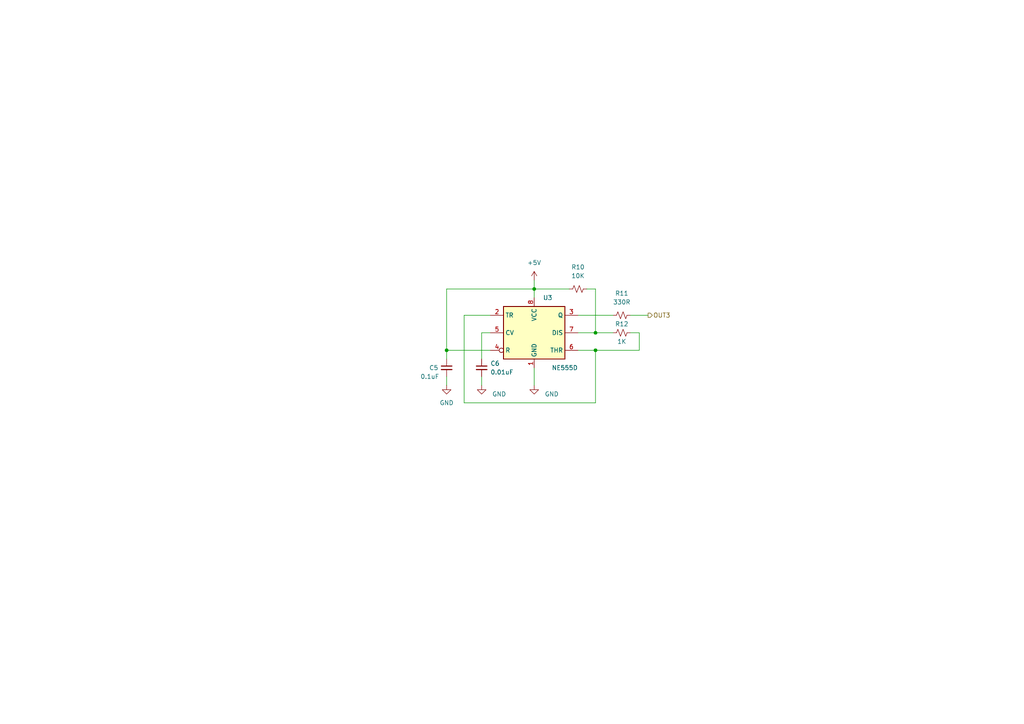
<source format=kicad_sch>
(kicad_sch
	(version 20231120)
	(generator "eeschema")
	(generator_version "8.0")
	(uuid "6a3e1f12-11b6-450e-b194-1a8e940efa15")
	(paper "A4")
	(title_block
		(title "AstableF3")
		(date "2024-10-23")
		(rev "1.0")
		(company "ArVi")
		(comment 1 "Designed by")
	)
	(lib_symbols
		(symbol "Device:C_Small"
			(pin_numbers hide)
			(pin_names
				(offset 0.254) hide)
			(exclude_from_sim no)
			(in_bom yes)
			(on_board yes)
			(property "Reference" "C"
				(at 0.254 1.778 0)
				(effects
					(font
						(size 1.27 1.27)
					)
					(justify left)
				)
			)
			(property "Value" "C_Small"
				(at 0.254 -2.032 0)
				(effects
					(font
						(size 1.27 1.27)
					)
					(justify left)
				)
			)
			(property "Footprint" ""
				(at 0 0 0)
				(effects
					(font
						(size 1.27 1.27)
					)
					(hide yes)
				)
			)
			(property "Datasheet" "~"
				(at 0 0 0)
				(effects
					(font
						(size 1.27 1.27)
					)
					(hide yes)
				)
			)
			(property "Description" "Unpolarized capacitor, small symbol"
				(at 0 0 0)
				(effects
					(font
						(size 1.27 1.27)
					)
					(hide yes)
				)
			)
			(property "ki_keywords" "capacitor cap"
				(at 0 0 0)
				(effects
					(font
						(size 1.27 1.27)
					)
					(hide yes)
				)
			)
			(property "ki_fp_filters" "C_*"
				(at 0 0 0)
				(effects
					(font
						(size 1.27 1.27)
					)
					(hide yes)
				)
			)
			(symbol "C_Small_0_1"
				(polyline
					(pts
						(xy -1.524 -0.508) (xy 1.524 -0.508)
					)
					(stroke
						(width 0.3302)
						(type default)
					)
					(fill
						(type none)
					)
				)
				(polyline
					(pts
						(xy -1.524 0.508) (xy 1.524 0.508)
					)
					(stroke
						(width 0.3048)
						(type default)
					)
					(fill
						(type none)
					)
				)
			)
			(symbol "C_Small_1_1"
				(pin passive line
					(at 0 2.54 270)
					(length 2.032)
					(name "~"
						(effects
							(font
								(size 1.27 1.27)
							)
						)
					)
					(number "1"
						(effects
							(font
								(size 1.27 1.27)
							)
						)
					)
				)
				(pin passive line
					(at 0 -2.54 90)
					(length 2.032)
					(name "~"
						(effects
							(font
								(size 1.27 1.27)
							)
						)
					)
					(number "2"
						(effects
							(font
								(size 1.27 1.27)
							)
						)
					)
				)
			)
		)
		(symbol "Device:R_Small_US"
			(pin_numbers hide)
			(pin_names
				(offset 0.254) hide)
			(exclude_from_sim no)
			(in_bom yes)
			(on_board yes)
			(property "Reference" "R"
				(at 0.762 0.508 0)
				(effects
					(font
						(size 1.27 1.27)
					)
					(justify left)
				)
			)
			(property "Value" "R_Small_US"
				(at 0.762 -1.016 0)
				(effects
					(font
						(size 1.27 1.27)
					)
					(justify left)
				)
			)
			(property "Footprint" ""
				(at 0 0 0)
				(effects
					(font
						(size 1.27 1.27)
					)
					(hide yes)
				)
			)
			(property "Datasheet" "~"
				(at 0 0 0)
				(effects
					(font
						(size 1.27 1.27)
					)
					(hide yes)
				)
			)
			(property "Description" "Resistor, small US symbol"
				(at 0 0 0)
				(effects
					(font
						(size 1.27 1.27)
					)
					(hide yes)
				)
			)
			(property "ki_keywords" "r resistor"
				(at 0 0 0)
				(effects
					(font
						(size 1.27 1.27)
					)
					(hide yes)
				)
			)
			(property "ki_fp_filters" "R_*"
				(at 0 0 0)
				(effects
					(font
						(size 1.27 1.27)
					)
					(hide yes)
				)
			)
			(symbol "R_Small_US_1_1"
				(polyline
					(pts
						(xy 0 0) (xy 1.016 -0.381) (xy 0 -0.762) (xy -1.016 -1.143) (xy 0 -1.524)
					)
					(stroke
						(width 0)
						(type default)
					)
					(fill
						(type none)
					)
				)
				(polyline
					(pts
						(xy 0 1.524) (xy 1.016 1.143) (xy 0 0.762) (xy -1.016 0.381) (xy 0 0)
					)
					(stroke
						(width 0)
						(type default)
					)
					(fill
						(type none)
					)
				)
				(pin passive line
					(at 0 2.54 270)
					(length 1.016)
					(name "~"
						(effects
							(font
								(size 1.27 1.27)
							)
						)
					)
					(number "1"
						(effects
							(font
								(size 1.27 1.27)
							)
						)
					)
				)
				(pin passive line
					(at 0 -2.54 90)
					(length 1.016)
					(name "~"
						(effects
							(font
								(size 1.27 1.27)
							)
						)
					)
					(number "2"
						(effects
							(font
								(size 1.27 1.27)
							)
						)
					)
				)
			)
		)
		(symbol "Timer:NE555D"
			(exclude_from_sim no)
			(in_bom yes)
			(on_board yes)
			(property "Reference" "U"
				(at -10.16 8.89 0)
				(effects
					(font
						(size 1.27 1.27)
					)
					(justify left)
				)
			)
			(property "Value" "NE555D"
				(at 2.54 8.89 0)
				(effects
					(font
						(size 1.27 1.27)
					)
					(justify left)
				)
			)
			(property "Footprint" "Package_SO:SOIC-8_3.9x4.9mm_P1.27mm"
				(at 21.59 -10.16 0)
				(effects
					(font
						(size 1.27 1.27)
					)
					(hide yes)
				)
			)
			(property "Datasheet" "http://www.ti.com/lit/ds/symlink/ne555.pdf"
				(at 21.59 -10.16 0)
				(effects
					(font
						(size 1.27 1.27)
					)
					(hide yes)
				)
			)
			(property "Description" "Precision Timers, 555 compatible, SOIC-8"
				(at 0 0 0)
				(effects
					(font
						(size 1.27 1.27)
					)
					(hide yes)
				)
			)
			(property "ki_keywords" "single timer 555"
				(at 0 0 0)
				(effects
					(font
						(size 1.27 1.27)
					)
					(hide yes)
				)
			)
			(property "ki_fp_filters" "SOIC*3.9x4.9mm*P1.27mm*"
				(at 0 0 0)
				(effects
					(font
						(size 1.27 1.27)
					)
					(hide yes)
				)
			)
			(symbol "NE555D_0_0"
				(pin power_in line
					(at 0 -10.16 90)
					(length 2.54)
					(name "GND"
						(effects
							(font
								(size 1.27 1.27)
							)
						)
					)
					(number "1"
						(effects
							(font
								(size 1.27 1.27)
							)
						)
					)
				)
				(pin power_in line
					(at 0 10.16 270)
					(length 2.54)
					(name "VCC"
						(effects
							(font
								(size 1.27 1.27)
							)
						)
					)
					(number "8"
						(effects
							(font
								(size 1.27 1.27)
							)
						)
					)
				)
			)
			(symbol "NE555D_0_1"
				(rectangle
					(start -8.89 -7.62)
					(end 8.89 7.62)
					(stroke
						(width 0.254)
						(type default)
					)
					(fill
						(type background)
					)
				)
				(rectangle
					(start -8.89 -7.62)
					(end 8.89 7.62)
					(stroke
						(width 0.254)
						(type default)
					)
					(fill
						(type background)
					)
				)
			)
			(symbol "NE555D_1_1"
				(pin input line
					(at -12.7 5.08 0)
					(length 3.81)
					(name "TR"
						(effects
							(font
								(size 1.27 1.27)
							)
						)
					)
					(number "2"
						(effects
							(font
								(size 1.27 1.27)
							)
						)
					)
				)
				(pin output line
					(at 12.7 5.08 180)
					(length 3.81)
					(name "Q"
						(effects
							(font
								(size 1.27 1.27)
							)
						)
					)
					(number "3"
						(effects
							(font
								(size 1.27 1.27)
							)
						)
					)
				)
				(pin input inverted
					(at -12.7 -5.08 0)
					(length 3.81)
					(name "R"
						(effects
							(font
								(size 1.27 1.27)
							)
						)
					)
					(number "4"
						(effects
							(font
								(size 1.27 1.27)
							)
						)
					)
				)
				(pin input line
					(at -12.7 0 0)
					(length 3.81)
					(name "CV"
						(effects
							(font
								(size 1.27 1.27)
							)
						)
					)
					(number "5"
						(effects
							(font
								(size 1.27 1.27)
							)
						)
					)
				)
				(pin input line
					(at 12.7 -5.08 180)
					(length 3.81)
					(name "THR"
						(effects
							(font
								(size 1.27 1.27)
							)
						)
					)
					(number "6"
						(effects
							(font
								(size 1.27 1.27)
							)
						)
					)
				)
				(pin input line
					(at 12.7 0 180)
					(length 3.81)
					(name "DIS"
						(effects
							(font
								(size 1.27 1.27)
							)
						)
					)
					(number "7"
						(effects
							(font
								(size 1.27 1.27)
							)
						)
					)
				)
			)
		)
		(symbol "power:+5V"
			(power)
			(pin_numbers hide)
			(pin_names
				(offset 0) hide)
			(exclude_from_sim no)
			(in_bom yes)
			(on_board yes)
			(property "Reference" "#PWR"
				(at 0 -3.81 0)
				(effects
					(font
						(size 1.27 1.27)
					)
					(hide yes)
				)
			)
			(property "Value" "+5V"
				(at 0 3.556 0)
				(effects
					(font
						(size 1.27 1.27)
					)
				)
			)
			(property "Footprint" ""
				(at 0 0 0)
				(effects
					(font
						(size 1.27 1.27)
					)
					(hide yes)
				)
			)
			(property "Datasheet" ""
				(at 0 0 0)
				(effects
					(font
						(size 1.27 1.27)
					)
					(hide yes)
				)
			)
			(property "Description" "Power symbol creates a global label with name \"+5V\""
				(at 0 0 0)
				(effects
					(font
						(size 1.27 1.27)
					)
					(hide yes)
				)
			)
			(property "ki_keywords" "global power"
				(at 0 0 0)
				(effects
					(font
						(size 1.27 1.27)
					)
					(hide yes)
				)
			)
			(symbol "+5V_0_1"
				(polyline
					(pts
						(xy -0.762 1.27) (xy 0 2.54)
					)
					(stroke
						(width 0)
						(type default)
					)
					(fill
						(type none)
					)
				)
				(polyline
					(pts
						(xy 0 0) (xy 0 2.54)
					)
					(stroke
						(width 0)
						(type default)
					)
					(fill
						(type none)
					)
				)
				(polyline
					(pts
						(xy 0 2.54) (xy 0.762 1.27)
					)
					(stroke
						(width 0)
						(type default)
					)
					(fill
						(type none)
					)
				)
			)
			(symbol "+5V_1_1"
				(pin power_in line
					(at 0 0 90)
					(length 0)
					(name "~"
						(effects
							(font
								(size 1.27 1.27)
							)
						)
					)
					(number "1"
						(effects
							(font
								(size 1.27 1.27)
							)
						)
					)
				)
			)
		)
		(symbol "power:GND"
			(power)
			(pin_numbers hide)
			(pin_names
				(offset 0) hide)
			(exclude_from_sim no)
			(in_bom yes)
			(on_board yes)
			(property "Reference" "#PWR"
				(at 0 -6.35 0)
				(effects
					(font
						(size 1.27 1.27)
					)
					(hide yes)
				)
			)
			(property "Value" "GND"
				(at 0 -3.81 0)
				(effects
					(font
						(size 1.27 1.27)
					)
				)
			)
			(property "Footprint" ""
				(at 0 0 0)
				(effects
					(font
						(size 1.27 1.27)
					)
					(hide yes)
				)
			)
			(property "Datasheet" ""
				(at 0 0 0)
				(effects
					(font
						(size 1.27 1.27)
					)
					(hide yes)
				)
			)
			(property "Description" "Power symbol creates a global label with name \"GND\" , ground"
				(at 0 0 0)
				(effects
					(font
						(size 1.27 1.27)
					)
					(hide yes)
				)
			)
			(property "ki_keywords" "global power"
				(at 0 0 0)
				(effects
					(font
						(size 1.27 1.27)
					)
					(hide yes)
				)
			)
			(symbol "GND_0_1"
				(polyline
					(pts
						(xy 0 0) (xy 0 -1.27) (xy 1.27 -1.27) (xy 0 -2.54) (xy -1.27 -1.27) (xy 0 -1.27)
					)
					(stroke
						(width 0)
						(type default)
					)
					(fill
						(type none)
					)
				)
			)
			(symbol "GND_1_1"
				(pin power_in line
					(at 0 0 270)
					(length 0)
					(name "~"
						(effects
							(font
								(size 1.27 1.27)
							)
						)
					)
					(number "1"
						(effects
							(font
								(size 1.27 1.27)
							)
						)
					)
				)
			)
		)
	)
	(junction
		(at 129.54 101.6)
		(diameter 0)
		(color 0 0 0 0)
		(uuid "007a11e2-722f-4f6d-9d87-f89de23722ff")
	)
	(junction
		(at 172.72 101.6)
		(diameter 0)
		(color 0 0 0 0)
		(uuid "066fac6d-5124-407d-9ef1-b00ee183702b")
	)
	(junction
		(at 172.72 96.52)
		(diameter 0)
		(color 0 0 0 0)
		(uuid "44ca1787-f495-4298-8c43-f6673e2f8595")
	)
	(junction
		(at 154.94 83.82)
		(diameter 0)
		(color 0 0 0 0)
		(uuid "c7461d66-b639-44a0-beac-76506b1c51ab")
	)
	(wire
		(pts
			(xy 134.62 91.44) (xy 142.24 91.44)
		)
		(stroke
			(width 0)
			(type default)
		)
		(uuid "106d98ce-3a2a-4350-8d47-02e8c77c4374")
	)
	(wire
		(pts
			(xy 172.72 116.84) (xy 134.62 116.84)
		)
		(stroke
			(width 0)
			(type default)
		)
		(uuid "13478193-f01a-40c2-9999-a983ddb60a3e")
	)
	(wire
		(pts
			(xy 167.64 101.6) (xy 172.72 101.6)
		)
		(stroke
			(width 0)
			(type default)
		)
		(uuid "13550d28-ebbb-4a04-a2ae-2c995b9200b4")
	)
	(wire
		(pts
			(xy 172.72 96.52) (xy 177.8 96.52)
		)
		(stroke
			(width 0)
			(type default)
		)
		(uuid "3f45df3c-69b8-4bf2-bf14-80a84b3fc51e")
	)
	(wire
		(pts
			(xy 182.88 96.52) (xy 185.42 96.52)
		)
		(stroke
			(width 0)
			(type default)
		)
		(uuid "46e6c3f0-3fc5-475c-971c-790d4ce90957")
	)
	(wire
		(pts
			(xy 129.54 101.6) (xy 129.54 83.82)
		)
		(stroke
			(width 0)
			(type default)
		)
		(uuid "5cabbeae-a109-4119-a98c-77dc5cb822bb")
	)
	(wire
		(pts
			(xy 167.64 91.44) (xy 177.8 91.44)
		)
		(stroke
			(width 0)
			(type default)
		)
		(uuid "6044dfe4-bfa5-49fa-a578-04f03e711e39")
	)
	(wire
		(pts
			(xy 154.94 81.28) (xy 154.94 83.82)
		)
		(stroke
			(width 0)
			(type default)
		)
		(uuid "66c4a6a1-e98a-4a39-b4c2-fbd6587d5c87")
	)
	(wire
		(pts
			(xy 139.7 109.22) (xy 139.7 111.76)
		)
		(stroke
			(width 0)
			(type default)
		)
		(uuid "7901fc0d-68a1-4562-a359-1b0c54f932a1")
	)
	(wire
		(pts
			(xy 134.62 116.84) (xy 134.62 91.44)
		)
		(stroke
			(width 0)
			(type default)
		)
		(uuid "8439c233-2a1b-423e-b57d-780b7f638067")
	)
	(wire
		(pts
			(xy 185.42 96.52) (xy 185.42 101.6)
		)
		(stroke
			(width 0)
			(type default)
		)
		(uuid "85c0d8f6-3666-4261-b2b5-9b67683a7f21")
	)
	(wire
		(pts
			(xy 142.24 101.6) (xy 129.54 101.6)
		)
		(stroke
			(width 0)
			(type default)
		)
		(uuid "883b5274-ac23-4005-a424-88fc4f626fdc")
	)
	(wire
		(pts
			(xy 139.7 104.14) (xy 139.7 96.52)
		)
		(stroke
			(width 0)
			(type default)
		)
		(uuid "88ec4dc2-6692-4e96-84a8-cae62690342d")
	)
	(wire
		(pts
			(xy 170.18 83.82) (xy 172.72 83.82)
		)
		(stroke
			(width 0)
			(type default)
		)
		(uuid "8b94d6d4-3b26-47ed-82a5-069723c0ba12")
	)
	(wire
		(pts
			(xy 167.64 96.52) (xy 172.72 96.52)
		)
		(stroke
			(width 0)
			(type default)
		)
		(uuid "8f7888ce-d504-4454-a43b-5eb16d389d82")
	)
	(wire
		(pts
			(xy 129.54 83.82) (xy 154.94 83.82)
		)
		(stroke
			(width 0)
			(type default)
		)
		(uuid "9596584e-f092-4be6-b37c-d69736279d1d")
	)
	(wire
		(pts
			(xy 154.94 83.82) (xy 154.94 86.36)
		)
		(stroke
			(width 0)
			(type default)
		)
		(uuid "a78b3770-21c1-45a3-84f5-3d6ed229dbb5")
	)
	(wire
		(pts
			(xy 172.72 101.6) (xy 172.72 116.84)
		)
		(stroke
			(width 0)
			(type default)
		)
		(uuid "b0ee10b5-5145-489f-b99e-a16ab4333776")
	)
	(wire
		(pts
			(xy 139.7 96.52) (xy 142.24 96.52)
		)
		(stroke
			(width 0)
			(type default)
		)
		(uuid "c9e75e24-a122-4dbc-9d2e-cd1cc0872d32")
	)
	(wire
		(pts
			(xy 182.88 91.44) (xy 187.96 91.44)
		)
		(stroke
			(width 0)
			(type default)
		)
		(uuid "caa1bcd8-24df-4593-bb53-5ac43f591a73")
	)
	(wire
		(pts
			(xy 129.54 101.6) (xy 129.54 104.14)
		)
		(stroke
			(width 0)
			(type default)
		)
		(uuid "cbbf068a-2fa4-47a1-b8db-38ed10479f5f")
	)
	(wire
		(pts
			(xy 154.94 83.82) (xy 165.1 83.82)
		)
		(stroke
			(width 0)
			(type default)
		)
		(uuid "dc677603-141c-44af-9739-9edd02c82478")
	)
	(wire
		(pts
			(xy 154.94 106.68) (xy 154.94 111.76)
		)
		(stroke
			(width 0)
			(type default)
		)
		(uuid "dfd03b17-a576-439e-8263-14699c8bcb56")
	)
	(wire
		(pts
			(xy 129.54 109.22) (xy 129.54 111.76)
		)
		(stroke
			(width 0)
			(type default)
		)
		(uuid "e7981fbc-74bd-449a-bbaa-5b702532b1d4")
	)
	(wire
		(pts
			(xy 172.72 96.52) (xy 172.72 83.82)
		)
		(stroke
			(width 0)
			(type default)
		)
		(uuid "ea430ec1-b045-447d-a877-434d12f7a93d")
	)
	(wire
		(pts
			(xy 172.72 101.6) (xy 185.42 101.6)
		)
		(stroke
			(width 0)
			(type default)
		)
		(uuid "f571e930-1d58-4b09-a2c8-41d0e463a182")
	)
	(hierarchical_label "OUT3"
		(shape output)
		(at 187.96 91.44 0)
		(fields_autoplaced yes)
		(effects
			(font
				(size 1.27 1.27)
			)
			(justify left)
		)
		(uuid "c192f488-b204-47a5-8e7f-9308b6e9c65c")
	)
	(symbol
		(lib_id "power:GND")
		(at 139.7 111.76 0)
		(unit 1)
		(exclude_from_sim no)
		(in_bom yes)
		(on_board yes)
		(dnp no)
		(uuid "01621fac-f3d8-4830-9002-20cfddd53c9b")
		(property "Reference" "#PWR014"
			(at 139.7 118.11 0)
			(effects
				(font
					(size 1.27 1.27)
				)
				(hide yes)
			)
		)
		(property "Value" "GND"
			(at 144.78 114.3 0)
			(effects
				(font
					(size 1.27 1.27)
				)
			)
		)
		(property "Footprint" ""
			(at 139.7 111.76 0)
			(effects
				(font
					(size 1.27 1.27)
				)
				(hide yes)
			)
		)
		(property "Datasheet" ""
			(at 139.7 111.76 0)
			(effects
				(font
					(size 1.27 1.27)
				)
				(hide yes)
			)
		)
		(property "Description" "Power symbol creates a global label with name \"GND\" , ground"
			(at 139.7 111.76 0)
			(effects
				(font
					(size 1.27 1.27)
				)
				(hide yes)
			)
		)
		(pin "1"
			(uuid "be96fe57-e6ac-4f2f-99f6-d24f39f096fb")
		)
		(instances
			(project "hirerchy_test"
				(path "/217f3fc2-5bbf-4da7-910e-b73d6b0262c8/480a41e4-d214-4ad4-a1e3-5c12d12aa42d"
					(reference "#PWR014")
					(unit 1)
				)
			)
		)
	)
	(symbol
		(lib_id "Device:R_Small_US")
		(at 180.34 96.52 90)
		(unit 1)
		(exclude_from_sim no)
		(in_bom yes)
		(on_board yes)
		(dnp no)
		(uuid "0b48ee34-2c5c-4c7e-bd78-621c7a229545")
		(property "Reference" "R12"
			(at 180.34 93.98 90)
			(effects
				(font
					(size 1.27 1.27)
				)
			)
		)
		(property "Value" "1K"
			(at 180.34 99.06 90)
			(effects
				(font
					(size 1.27 1.27)
				)
			)
		)
		(property "Footprint" "Resistor_SMD:R_0805_2012Metric"
			(at 180.34 96.52 0)
			(effects
				(font
					(size 1.27 1.27)
				)
				(hide yes)
			)
		)
		(property "Datasheet" "~"
			(at 180.34 96.52 0)
			(effects
				(font
					(size 1.27 1.27)
				)
				(hide yes)
			)
		)
		(property "Description" "Resistor, small US symbol"
			(at 180.34 96.52 0)
			(effects
				(font
					(size 1.27 1.27)
				)
				(hide yes)
			)
		)
		(pin "1"
			(uuid "346b3bb5-d889-41fb-b04c-74b24b12fac1")
		)
		(pin "2"
			(uuid "f5caa08b-28a5-41c1-bf68-3e82513ed5e8")
		)
		(instances
			(project "hirerchy_test"
				(path "/217f3fc2-5bbf-4da7-910e-b73d6b0262c8/480a41e4-d214-4ad4-a1e3-5c12d12aa42d"
					(reference "R12")
					(unit 1)
				)
			)
		)
	)
	(symbol
		(lib_id "Device:R_Small_US")
		(at 167.64 83.82 90)
		(unit 1)
		(exclude_from_sim no)
		(in_bom yes)
		(on_board yes)
		(dnp no)
		(fields_autoplaced yes)
		(uuid "52219660-b25c-4b8f-91ca-b12e3bb93919")
		(property "Reference" "R10"
			(at 167.64 77.47 90)
			(effects
				(font
					(size 1.27 1.27)
				)
			)
		)
		(property "Value" "10K"
			(at 167.64 80.01 90)
			(effects
				(font
					(size 1.27 1.27)
				)
			)
		)
		(property "Footprint" "Resistor_SMD:R_0805_2012Metric"
			(at 167.64 83.82 0)
			(effects
				(font
					(size 1.27 1.27)
				)
				(hide yes)
			)
		)
		(property "Datasheet" "~"
			(at 167.64 83.82 0)
			(effects
				(font
					(size 1.27 1.27)
				)
				(hide yes)
			)
		)
		(property "Description" "Resistor, small US symbol"
			(at 167.64 83.82 0)
			(effects
				(font
					(size 1.27 1.27)
				)
				(hide yes)
			)
		)
		(pin "1"
			(uuid "f069d7d5-c167-4e0c-bc80-aee127b2ed72")
		)
		(pin "2"
			(uuid "de36dd04-bfe4-4489-bd07-32d3be2ad0bd")
		)
		(instances
			(project "hirerchy_test"
				(path "/217f3fc2-5bbf-4da7-910e-b73d6b0262c8/480a41e4-d214-4ad4-a1e3-5c12d12aa42d"
					(reference "R10")
					(unit 1)
				)
			)
		)
	)
	(symbol
		(lib_id "power:+5V")
		(at 154.94 81.28 0)
		(unit 1)
		(exclude_from_sim no)
		(in_bom yes)
		(on_board yes)
		(dnp no)
		(fields_autoplaced yes)
		(uuid "7078d453-c9ad-4d28-a672-cbee57df6cae")
		(property "Reference" "#PWR012"
			(at 154.94 85.09 0)
			(effects
				(font
					(size 1.27 1.27)
				)
				(hide yes)
			)
		)
		(property "Value" "+5V"
			(at 154.94 76.2 0)
			(effects
				(font
					(size 1.27 1.27)
				)
			)
		)
		(property "Footprint" ""
			(at 154.94 81.28 0)
			(effects
				(font
					(size 1.27 1.27)
				)
				(hide yes)
			)
		)
		(property "Datasheet" ""
			(at 154.94 81.28 0)
			(effects
				(font
					(size 1.27 1.27)
				)
				(hide yes)
			)
		)
		(property "Description" "Power symbol creates a global label with name \"+5V\""
			(at 154.94 81.28 0)
			(effects
				(font
					(size 1.27 1.27)
				)
				(hide yes)
			)
		)
		(pin "1"
			(uuid "750c6d0e-29bf-4aaf-a56f-313839ecfaa0")
		)
		(instances
			(project "hirerchy_test"
				(path "/217f3fc2-5bbf-4da7-910e-b73d6b0262c8/480a41e4-d214-4ad4-a1e3-5c12d12aa42d"
					(reference "#PWR012")
					(unit 1)
				)
			)
		)
	)
	(symbol
		(lib_id "Device:C_Small")
		(at 129.54 106.68 0)
		(unit 1)
		(exclude_from_sim no)
		(in_bom yes)
		(on_board yes)
		(dnp no)
		(uuid "81fa27f2-8d75-4b83-918a-96bac24d13de")
		(property "Reference" "C5"
			(at 124.46 106.68 0)
			(effects
				(font
					(size 1.27 1.27)
				)
				(justify left)
			)
		)
		(property "Value" "0.1uF"
			(at 121.92 109.22 0)
			(effects
				(font
					(size 1.27 1.27)
				)
				(justify left)
			)
		)
		(property "Footprint" "Capacitor_SMD:C_0805_2012Metric"
			(at 129.54 106.68 0)
			(effects
				(font
					(size 1.27 1.27)
				)
				(hide yes)
			)
		)
		(property "Datasheet" "~"
			(at 129.54 106.68 0)
			(effects
				(font
					(size 1.27 1.27)
				)
				(hide yes)
			)
		)
		(property "Description" "Unpolarized capacitor, small symbol"
			(at 129.54 106.68 0)
			(effects
				(font
					(size 1.27 1.27)
				)
				(hide yes)
			)
		)
		(pin "1"
			(uuid "60acdf3c-be3f-4838-859e-e8a6a00d498c")
		)
		(pin "2"
			(uuid "7bf00b12-152e-48cb-b4ca-4239dc3ce5a9")
		)
		(instances
			(project "hirerchy_test"
				(path "/217f3fc2-5bbf-4da7-910e-b73d6b0262c8/480a41e4-d214-4ad4-a1e3-5c12d12aa42d"
					(reference "C5")
					(unit 1)
				)
			)
		)
	)
	(symbol
		(lib_id "Timer:NE555D")
		(at 154.94 96.52 0)
		(unit 1)
		(exclude_from_sim no)
		(in_bom yes)
		(on_board yes)
		(dnp no)
		(uuid "a3eb4924-93c8-4408-9711-b41f67f13595")
		(property "Reference" "U3"
			(at 157.48 86.36 0)
			(effects
				(font
					(size 1.27 1.27)
				)
				(justify left)
			)
		)
		(property "Value" "NE555D"
			(at 160.02 106.68 0)
			(effects
				(font
					(size 1.27 1.27)
				)
				(justify left)
			)
		)
		(property "Footprint" "Package_SO:SOIC-8_3.9x4.9mm_P1.27mm"
			(at 176.53 106.68 0)
			(effects
				(font
					(size 1.27 1.27)
				)
				(hide yes)
			)
		)
		(property "Datasheet" "http://www.ti.com/lit/ds/symlink/ne555.pdf"
			(at 176.53 106.68 0)
			(effects
				(font
					(size 1.27 1.27)
				)
				(hide yes)
			)
		)
		(property "Description" "Precision Timers, 555 compatible, SOIC-8"
			(at 154.94 96.52 0)
			(effects
				(font
					(size 1.27 1.27)
				)
				(hide yes)
			)
		)
		(pin "7"
			(uuid "dc338375-fdf9-4310-979a-8ec3aa888352")
		)
		(pin "1"
			(uuid "67177389-b01b-40f4-af73-4a7a4a6c730f")
		)
		(pin "6"
			(uuid "5f8179a1-ea67-4e70-8c16-1067fb6075a5")
		)
		(pin "3"
			(uuid "d5895335-b3d3-4f01-9666-6b44d451bc6e")
		)
		(pin "8"
			(uuid "07eab0bb-bee5-4425-b21f-88eb7ba5e8e3")
		)
		(pin "2"
			(uuid "732c7274-f4b1-486a-af27-a1730267752f")
		)
		(pin "5"
			(uuid "95d6dfb6-52da-4271-a008-5bcb9ecd116d")
		)
		(pin "4"
			(uuid "d9a5e2c1-dfef-48ce-9ee7-3d36162f4c1f")
		)
		(instances
			(project "hirerchy_test"
				(path "/217f3fc2-5bbf-4da7-910e-b73d6b0262c8/480a41e4-d214-4ad4-a1e3-5c12d12aa42d"
					(reference "U3")
					(unit 1)
				)
			)
		)
	)
	(symbol
		(lib_id "power:GND")
		(at 129.54 111.76 0)
		(unit 1)
		(exclude_from_sim no)
		(in_bom yes)
		(on_board yes)
		(dnp no)
		(uuid "c5301bac-3882-4157-86b9-6d2f6ab6a4a0")
		(property "Reference" "#PWR013"
			(at 129.54 118.11 0)
			(effects
				(font
					(size 1.27 1.27)
				)
				(hide yes)
			)
		)
		(property "Value" "GND"
			(at 129.54 116.84 0)
			(effects
				(font
					(size 1.27 1.27)
				)
			)
		)
		(property "Footprint" ""
			(at 129.54 111.76 0)
			(effects
				(font
					(size 1.27 1.27)
				)
				(hide yes)
			)
		)
		(property "Datasheet" ""
			(at 129.54 111.76 0)
			(effects
				(font
					(size 1.27 1.27)
				)
				(hide yes)
			)
		)
		(property "Description" "Power symbol creates a global label with name \"GND\" , ground"
			(at 129.54 111.76 0)
			(effects
				(font
					(size 1.27 1.27)
				)
				(hide yes)
			)
		)
		(pin "1"
			(uuid "581e0021-d0b4-4a42-b1d6-18fa5c980526")
		)
		(instances
			(project "hirerchy_test"
				(path "/217f3fc2-5bbf-4da7-910e-b73d6b0262c8/480a41e4-d214-4ad4-a1e3-5c12d12aa42d"
					(reference "#PWR013")
					(unit 1)
				)
			)
		)
	)
	(symbol
		(lib_id "Device:C_Small")
		(at 139.7 106.68 0)
		(unit 1)
		(exclude_from_sim no)
		(in_bom yes)
		(on_board yes)
		(dnp no)
		(fields_autoplaced yes)
		(uuid "d10495ac-4577-4254-9b5d-be02c5d4585e")
		(property "Reference" "C6"
			(at 142.24 105.4162 0)
			(effects
				(font
					(size 1.27 1.27)
				)
				(justify left)
			)
		)
		(property "Value" "0.01uF"
			(at 142.24 107.9562 0)
			(effects
				(font
					(size 1.27 1.27)
				)
				(justify left)
			)
		)
		(property "Footprint" "Capacitor_SMD:C_0805_2012Metric"
			(at 139.7 106.68 0)
			(effects
				(font
					(size 1.27 1.27)
				)
				(hide yes)
			)
		)
		(property "Datasheet" "~"
			(at 139.7 106.68 0)
			(effects
				(font
					(size 1.27 1.27)
				)
				(hide yes)
			)
		)
		(property "Description" "Unpolarized capacitor, small symbol"
			(at 139.7 106.68 0)
			(effects
				(font
					(size 1.27 1.27)
				)
				(hide yes)
			)
		)
		(pin "1"
			(uuid "de1b83a2-1956-4e77-90e2-72730b1f2245")
		)
		(pin "2"
			(uuid "e7fd124c-8ee3-4df6-b5b1-fd156f033741")
		)
		(instances
			(project "hirerchy_test"
				(path "/217f3fc2-5bbf-4da7-910e-b73d6b0262c8/480a41e4-d214-4ad4-a1e3-5c12d12aa42d"
					(reference "C6")
					(unit 1)
				)
			)
		)
	)
	(symbol
		(lib_id "Device:R_Small_US")
		(at 180.34 91.44 90)
		(unit 1)
		(exclude_from_sim no)
		(in_bom yes)
		(on_board yes)
		(dnp no)
		(fields_autoplaced yes)
		(uuid "da809f23-ff26-45e7-92ee-58e885896901")
		(property "Reference" "R11"
			(at 180.34 85.09 90)
			(effects
				(font
					(size 1.27 1.27)
				)
			)
		)
		(property "Value" "330R"
			(at 180.34 87.63 90)
			(effects
				(font
					(size 1.27 1.27)
				)
			)
		)
		(property "Footprint" "Resistor_SMD:R_0805_2012Metric"
			(at 180.34 91.44 0)
			(effects
				(font
					(size 1.27 1.27)
				)
				(hide yes)
			)
		)
		(property "Datasheet" "~"
			(at 180.34 91.44 0)
			(effects
				(font
					(size 1.27 1.27)
				)
				(hide yes)
			)
		)
		(property "Description" "Resistor, small US symbol"
			(at 180.34 91.44 0)
			(effects
				(font
					(size 1.27 1.27)
				)
				(hide yes)
			)
		)
		(pin "1"
			(uuid "e789beb1-8141-4155-95e1-9f0a99585931")
		)
		(pin "2"
			(uuid "7125d3db-f9c0-48df-89ea-bd0f26bcdc96")
		)
		(instances
			(project "hirerchy_test"
				(path "/217f3fc2-5bbf-4da7-910e-b73d6b0262c8/480a41e4-d214-4ad4-a1e3-5c12d12aa42d"
					(reference "R11")
					(unit 1)
				)
			)
		)
	)
	(symbol
		(lib_id "power:GND")
		(at 154.94 111.76 0)
		(unit 1)
		(exclude_from_sim no)
		(in_bom yes)
		(on_board yes)
		(dnp no)
		(uuid "e80e74a4-73b7-4195-a6af-cc52ee87ba3b")
		(property "Reference" "#PWR015"
			(at 154.94 118.11 0)
			(effects
				(font
					(size 1.27 1.27)
				)
				(hide yes)
			)
		)
		(property "Value" "GND"
			(at 160.02 114.3 0)
			(effects
				(font
					(size 1.27 1.27)
				)
			)
		)
		(property "Footprint" ""
			(at 154.94 111.76 0)
			(effects
				(font
					(size 1.27 1.27)
				)
				(hide yes)
			)
		)
		(property "Datasheet" ""
			(at 154.94 111.76 0)
			(effects
				(font
					(size 1.27 1.27)
				)
				(hide yes)
			)
		)
		(property "Description" "Power symbol creates a global label with name \"GND\" , ground"
			(at 154.94 111.76 0)
			(effects
				(font
					(size 1.27 1.27)
				)
				(hide yes)
			)
		)
		(pin "1"
			(uuid "fbf6455f-41ff-41f2-8f32-b2a5a3b8c5cb")
		)
		(instances
			(project "hirerchy_test"
				(path "/217f3fc2-5bbf-4da7-910e-b73d6b0262c8/480a41e4-d214-4ad4-a1e3-5c12d12aa42d"
					(reference "#PWR015")
					(unit 1)
				)
			)
		)
	)
)

</source>
